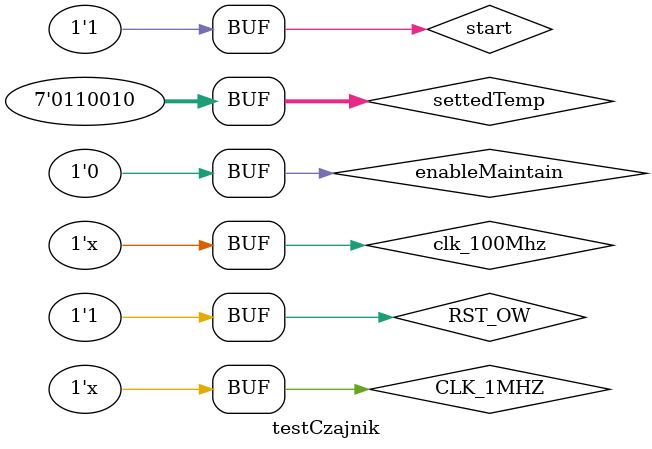
<source format=v>
`timescale 1ns / 1ps


module testCzajnik;

localparam tempDelta = 7'b0000001;

reg clk_100Mhz = 0;
reg CLK_1MHZ = 0;
reg [6:0] temperatureSensorData = 0;
reg[15:0] temperature = 0;
wire rst;
wire reset_therm;
wire BUS_OW;
reg RST_OW;
wire BUS_IN;
wire BUS_OUT;
wire checkTemperature;


reg [6:0] settedTemp;
reg start;
reg enableMaintain;
wire [6:0] outputTemp;
wire enableHeater;

assign rst = RST_OW & reset_therm; 

bufif0(BUS_OW,1'b0,BUS_OUT);
assign BUS_IN = BUS_OW === 1'bZ ? 1'b1 : 1'b0;

initial begin
    RST_OW = 1;
    start = 0;
    enableMaintain = 0;
    settedTemp = 7'b0110010;
    #10 RST_OW = 0;
    #530 RST_OW = 1;
    #600 start = 1;
   // #650 start = 0;
end


always
    #5 clk_100Mhz = ~clk_100Mhz;

always
    #500 CLK_1MHZ = ~CLK_1MHZ;

always @(posedge clk_100Mhz) begin
    if(enableHeater)
       #5000000 temperatureSensorData = temperatureSensorData + tempDelta;
    else if ( temperatureSensorData > 0)
       #5000000 temperatureSensorData = temperatureSensorData - tempDelta;     
 end
 
  always @(posedge checkTemperature) begin
    temperature <= {5'b00000,temperatureSensorData,4'd0000} ;
 end

 DS18B20Mock sensorMock(CLK_1MHZ, rst, temperature , BUS_IN, BUS_OUT, checkTemperature);

 czajnik czajnik1(clk_100Mhz,BUS_OW,RST_OW,settedTemp,start,enableMaintain,reset_therm,outputTemp,enableHeater);
    /*
      input clk_100MHz,
      inout BUS_OW,
      input RESET_OW,
      input [6:0] settedTemp,
      input start,
      input enableMaintain,
      output reset_therm,
      output [6:0]currTemp,
      output enableHeater
    */
endmodule

</source>
